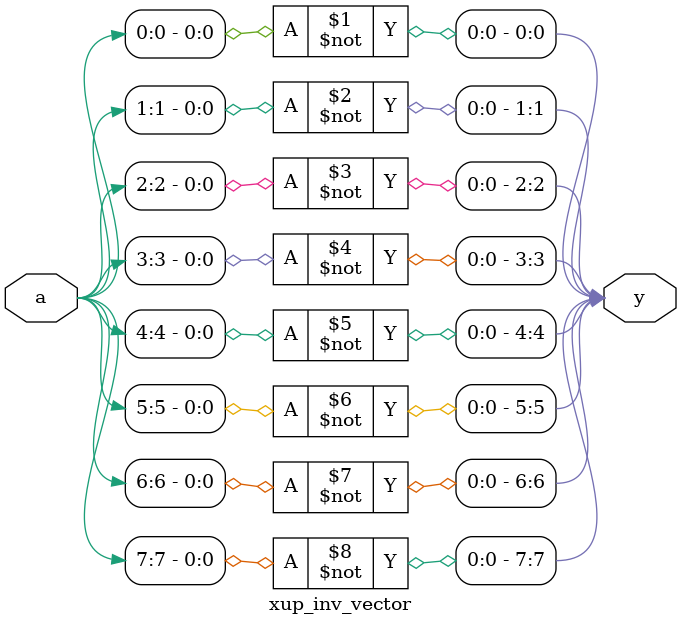
<source format=v>
`timescale 1ns / 1ps
module xup_inv_vector #(parameter SIZE = 8 , DELAY = 3)(
    input wire [SIZE-1:0] a,
    output wire [SIZE-1:0] y
    );
    
   genvar i;
    generate
       for (i=0; i < SIZE; i=i+1) 
       begin: not_i
          not #DELAY(y[i], a[i]);
       end
    endgenerate
   
endmodule

</source>
